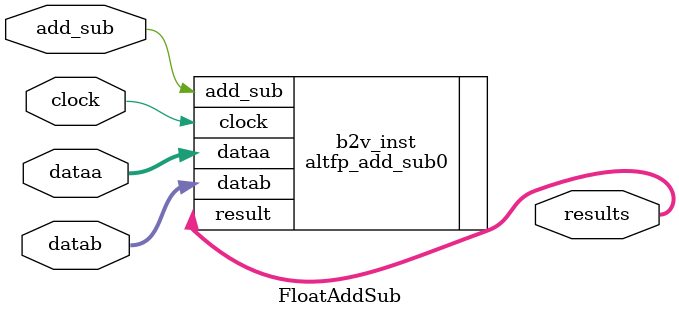
<source format=v>


module FloatAddSub(
	clock,
	add_sub,
	dataa,
	datab,
	results
);


input wire	clock;
input wire	add_sub;
input wire	[31:0] dataa;
input wire	[31:0] datab;
output wire	[31:0] results;






altfp_add_sub0	b2v_inst(
	.add_sub(add_sub),
	.clock(clock),
	.dataa(dataa),
	.datab(datab),
	.result(results));


endmodule

</source>
